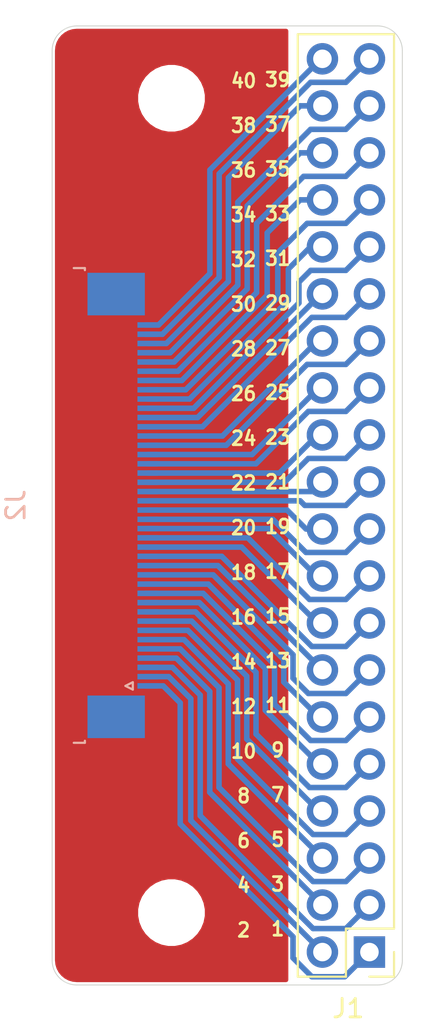
<source format=kicad_pcb>
(kicad_pcb (version 20171130) (host pcbnew "(5.1.6)-1")

  (general
    (thickness 1.6)
    (drawings 13)
    (tracks 185)
    (zones 0)
    (modules 4)
    (nets 42)
  )

  (page A4)
  (layers
    (0 F.Cu signal)
    (31 B.Cu signal)
    (32 B.Adhes user)
    (33 F.Adhes user)
    (34 B.Paste user)
    (35 F.Paste user)
    (36 B.SilkS user)
    (37 F.SilkS user)
    (38 B.Mask user)
    (39 F.Mask user)
    (40 Dwgs.User user)
    (41 Cmts.User user)
    (42 Eco1.User user)
    (43 Eco2.User user)
    (44 Edge.Cuts user)
    (45 Margin user)
    (46 B.CrtYd user)
    (47 F.CrtYd user)
    (48 B.Fab user)
    (49 F.Fab user)
  )

  (setup
    (last_trace_width 0.25)
    (user_trace_width 0.3)
    (trace_clearance 0.2)
    (zone_clearance 0.127)
    (zone_45_only no)
    (trace_min 0.2)
    (via_size 0.8)
    (via_drill 0.4)
    (via_min_size 0.4)
    (via_min_drill 0.3)
    (uvia_size 0.3)
    (uvia_drill 0.1)
    (uvias_allowed no)
    (uvia_min_size 0.2)
    (uvia_min_drill 0.1)
    (edge_width 0.05)
    (segment_width 0.2)
    (pcb_text_width 0.3)
    (pcb_text_size 1.5 1.5)
    (mod_edge_width 0.12)
    (mod_text_size 1 1)
    (mod_text_width 0.15)
    (pad_size 1.524 1.524)
    (pad_drill 0.762)
    (pad_to_mask_clearance 0.05)
    (aux_axis_origin 0 0)
    (visible_elements 7FFFFFFF)
    (pcbplotparams
      (layerselection 0x010fc_ffffffff)
      (usegerberextensions false)
      (usegerberattributes true)
      (usegerberadvancedattributes true)
      (creategerberjobfile true)
      (excludeedgelayer true)
      (linewidth 0.100000)
      (plotframeref false)
      (viasonmask false)
      (mode 1)
      (useauxorigin false)
      (hpglpennumber 1)
      (hpglpenspeed 20)
      (hpglpendiameter 15.000000)
      (psnegative false)
      (psa4output false)
      (plotreference true)
      (plotvalue true)
      (plotinvisibletext false)
      (padsonsilk false)
      (subtractmaskfromsilk false)
      (outputformat 1)
      (mirror false)
      (drillshape 1)
      (scaleselection 1)
      (outputdirectory ""))
  )

  (net 0 "")
  (net 1 "Net-(J1-Pad40)")
  (net 2 "Net-(J1-Pad39)")
  (net 3 "Net-(J1-Pad38)")
  (net 4 "Net-(J1-Pad37)")
  (net 5 "Net-(J1-Pad36)")
  (net 6 "Net-(J1-Pad35)")
  (net 7 "Net-(J1-Pad34)")
  (net 8 "Net-(J1-Pad33)")
  (net 9 "Net-(J1-Pad32)")
  (net 10 "Net-(J1-Pad31)")
  (net 11 "Net-(J1-Pad30)")
  (net 12 "Net-(J1-Pad29)")
  (net 13 "Net-(J1-Pad28)")
  (net 14 "Net-(J1-Pad27)")
  (net 15 "Net-(J1-Pad26)")
  (net 16 "Net-(J1-Pad25)")
  (net 17 "Net-(J1-Pad24)")
  (net 18 "Net-(J1-Pad23)")
  (net 19 "Net-(J1-Pad22)")
  (net 20 "Net-(J1-Pad21)")
  (net 21 "Net-(J1-Pad20)")
  (net 22 "Net-(J1-Pad19)")
  (net 23 "Net-(J1-Pad18)")
  (net 24 "Net-(J1-Pad17)")
  (net 25 "Net-(J1-Pad16)")
  (net 26 "Net-(J1-Pad15)")
  (net 27 "Net-(J1-Pad14)")
  (net 28 "Net-(J1-Pad13)")
  (net 29 "Net-(J1-Pad12)")
  (net 30 "Net-(J1-Pad11)")
  (net 31 "Net-(J1-Pad10)")
  (net 32 "Net-(J1-Pad9)")
  (net 33 "Net-(J1-Pad8)")
  (net 34 "Net-(J1-Pad7)")
  (net 35 "Net-(J1-Pad6)")
  (net 36 "Net-(J1-Pad5)")
  (net 37 "Net-(J1-Pad4)")
  (net 38 "Net-(J1-Pad3)")
  (net 39 "Net-(J1-Pad2)")
  (net 40 "Net-(J1-Pad1)")
  (net 41 GND)

  (net_class Default "This is the default net class."
    (clearance 0.2)
    (trace_width 0.25)
    (via_dia 0.8)
    (via_drill 0.4)
    (uvia_dia 0.3)
    (uvia_drill 0.1)
    (add_net GND)
    (add_net "Net-(J1-Pad1)")
    (add_net "Net-(J1-Pad10)")
    (add_net "Net-(J1-Pad11)")
    (add_net "Net-(J1-Pad12)")
    (add_net "Net-(J1-Pad13)")
    (add_net "Net-(J1-Pad14)")
    (add_net "Net-(J1-Pad15)")
    (add_net "Net-(J1-Pad16)")
    (add_net "Net-(J1-Pad17)")
    (add_net "Net-(J1-Pad18)")
    (add_net "Net-(J1-Pad19)")
    (add_net "Net-(J1-Pad2)")
    (add_net "Net-(J1-Pad20)")
    (add_net "Net-(J1-Pad21)")
    (add_net "Net-(J1-Pad22)")
    (add_net "Net-(J1-Pad23)")
    (add_net "Net-(J1-Pad24)")
    (add_net "Net-(J1-Pad25)")
    (add_net "Net-(J1-Pad26)")
    (add_net "Net-(J1-Pad27)")
    (add_net "Net-(J1-Pad28)")
    (add_net "Net-(J1-Pad29)")
    (add_net "Net-(J1-Pad3)")
    (add_net "Net-(J1-Pad30)")
    (add_net "Net-(J1-Pad31)")
    (add_net "Net-(J1-Pad32)")
    (add_net "Net-(J1-Pad33)")
    (add_net "Net-(J1-Pad34)")
    (add_net "Net-(J1-Pad35)")
    (add_net "Net-(J1-Pad36)")
    (add_net "Net-(J1-Pad37)")
    (add_net "Net-(J1-Pad38)")
    (add_net "Net-(J1-Pad39)")
    (add_net "Net-(J1-Pad4)")
    (add_net "Net-(J1-Pad40)")
    (add_net "Net-(J1-Pad5)")
    (add_net "Net-(J1-Pad6)")
    (add_net "Net-(J1-Pad7)")
    (add_net "Net-(J1-Pad8)")
    (add_net "Net-(J1-Pad9)")
  )

  (module MountingHole:MountingHole_3.2mm_M3 (layer F.Cu) (tedit 56D1B4CB) (tstamp 618BDD17)
    (at 129.64 71.98)
    (descr "Mounting Hole 3.2mm, no annular, M3")
    (tags "mounting hole 3.2mm no annular m3")
    (path /618C430F)
    (attr virtual)
    (fp_text reference H1 (at 0 -0.0345) (layer F.SilkS)
      (effects (font (size 1 1) (thickness 0.15)))
    )
    (fp_text value MountingHole (at 0 4.2) (layer F.Fab)
      (effects (font (size 1 1) (thickness 0.15)))
    )
    (fp_circle (center 0 0) (end 3.45 0) (layer F.CrtYd) (width 0.05))
    (fp_circle (center 0 0) (end 3.2 0) (layer Cmts.User) (width 0.15))
    (fp_text user %R (at 0.3 0) (layer F.Fab)
      (effects (font (size 1 1) (thickness 0.15)))
    )
    (pad 1 np_thru_hole circle (at 0 0) (size 3.2 3.2) (drill 3.2) (layers *.Cu *.Mask))
  )

  (module MountingHole:MountingHole_3.2mm_M3 (layer F.Cu) (tedit 56D1B4CB) (tstamp 618BCEE9)
    (at 129.6395 115.98)
    (descr "Mounting Hole 3.2mm, no annular, M3")
    (tags "mounting hole 3.2mm no annular m3")
    (path /618C557D)
    (attr virtual)
    (fp_text reference H2 (at 0 -0.029) (layer F.SilkS)
      (effects (font (size 1 1) (thickness 0.15)))
    )
    (fp_text value MountingHole (at 0 4.2) (layer F.Fab)
      (effects (font (size 1 1) (thickness 0.15)))
    )
    (fp_circle (center 0 0) (end 3.2 0) (layer Cmts.User) (width 0.15))
    (fp_circle (center 0 0) (end 3.45 0) (layer F.CrtYd) (width 0.05))
    (fp_text user %R (at 0.3 0) (layer F.Fab)
      (effects (font (size 1 1) (thickness 0.15)))
    )
    (pad 1 np_thru_hole circle (at 0 0) (size 3.2 3.2) (drill 3.2) (layers *.Cu *.Mask))
  )

  (module Connector_FFC-FPC:TE_4-1734839-0_1x40-1MP_P0.5mm_Horizontal (layer B.Cu) (tedit 5DB5C65C) (tstamp 618BD2AC)
    (at 127 93.98 90)
    (descr "TE FPC connector, 40 top-side contacts, 0.5mm pitch, SMT, https://www.te.com/commerce/DocumentDelivery/DDEController?Action=showdoc&DocId=Customer+Drawing%7F1734839%7FC%7Fpdf%7FEnglish%7FENG_CD_1734839_C_C_1734839.pdf%7F4-1734839-0")
    (tags "te fpc 1734839")
    (path /618B82D4)
    (attr smd)
    (fp_text reference J2 (at 0 -5.7785 -90) (layer B.SilkS)
      (effects (font (size 1 1) (thickness 0.15)) (justify mirror))
    )
    (fp_text value Conn_01x40_MountingPin (at 0 -3.25 -90) (layer Dwgs.User)
      (effects (font (size 0.5 0.5) (thickness 0.08)))
    )
    (fp_line (start 13.22 2.4) (end -13.22 2.4) (layer B.CrtYd) (width 0.05))
    (fp_line (start 13.22 -4.25) (end 13.22 2.4) (layer B.CrtYd) (width 0.05))
    (fp_line (start -13.22 -4.25) (end 13.22 -4.25) (layer B.CrtYd) (width 0.05))
    (fp_line (start -13.22 2.4) (end -13.22 -4.25) (layer B.CrtYd) (width 0.05))
    (fp_line (start 12.605 -2.75) (end -12.605 -2.75) (layer Dwgs.User) (width 0.1))
    (fp_line (start -9.55 0.55) (end -9.95 0.55) (layer B.SilkS) (width 0.12))
    (fp_line (start -9.75 0.15) (end -9.55 0.55) (layer B.SilkS) (width 0.12))
    (fp_line (start -9.95 0.55) (end -9.75 0.15) (layer B.SilkS) (width 0.12))
    (fp_line (start 12.825 -2.04) (end 12.825 -2.64) (layer B.SilkS) (width 0.12))
    (fp_line (start 12.715 -2.04) (end 12.825 -2.04) (layer B.SilkS) (width 0.12))
    (fp_line (start -12.825 -2.04) (end -12.825 -2.64) (layer B.SilkS) (width 0.12))
    (fp_line (start -12.715 -2.04) (end -12.825 -2.04) (layer B.SilkS) (width 0.12))
    (fp_line (start -9.75 -0.15) (end -9.35 0.65) (layer B.Fab) (width 0.1))
    (fp_line (start -10.15 0.65) (end -9.75 -0.15) (layer B.Fab) (width 0.1))
    (fp_line (start -12.06 -2.15) (end -12.06 0.65) (layer B.Fab) (width 0.1))
    (fp_line (start -12.715 -2.15) (end -12.06 -2.15) (layer B.Fab) (width 0.1))
    (fp_line (start -12.715 -3.75) (end -12.715 -2.15) (layer B.Fab) (width 0.1))
    (fp_line (start 12.715 -3.75) (end -12.715 -3.75) (layer B.Fab) (width 0.1))
    (fp_line (start 12.715 -2.15) (end 12.715 -3.75) (layer B.Fab) (width 0.1))
    (fp_line (start 12.06 -2.15) (end 12.715 -2.15) (layer B.Fab) (width 0.1))
    (fp_line (start 12.06 0.65) (end 12.06 -2.15) (layer B.Fab) (width 0.1))
    (fp_line (start -12.06 0.65) (end 12.06 0.65) (layer B.Fab) (width 0.1))
    (fp_text user %R (at 0 -1.55 -90) (layer B.Fab)
      (effects (font (size 1 1) (thickness 0.15)) (justify mirror))
    )
    (pad 1 smd rect (at -9.75 1.35 90) (size 0.3 1.1) (layers B.Cu B.Paste B.Mask)
      (net 40 "Net-(J1-Pad1)"))
    (pad 2 smd rect (at -9.25 1.35 90) (size 0.3 1.1) (layers B.Cu B.Paste B.Mask)
      (net 39 "Net-(J1-Pad2)"))
    (pad 3 smd rect (at -8.75 1.35 90) (size 0.3 1.1) (layers B.Cu B.Paste B.Mask)
      (net 38 "Net-(J1-Pad3)"))
    (pad 4 smd rect (at -8.25 1.35 90) (size 0.3 1.1) (layers B.Cu B.Paste B.Mask)
      (net 37 "Net-(J1-Pad4)"))
    (pad 5 smd rect (at -7.75 1.35 90) (size 0.3 1.1) (layers B.Cu B.Paste B.Mask)
      (net 36 "Net-(J1-Pad5)"))
    (pad 6 smd rect (at -7.25 1.35 90) (size 0.3 1.1) (layers B.Cu B.Paste B.Mask)
      (net 35 "Net-(J1-Pad6)"))
    (pad 7 smd rect (at -6.75 1.35 90) (size 0.3 1.1) (layers B.Cu B.Paste B.Mask)
      (net 34 "Net-(J1-Pad7)"))
    (pad 8 smd rect (at -6.25 1.35 90) (size 0.3 1.1) (layers B.Cu B.Paste B.Mask)
      (net 33 "Net-(J1-Pad8)"))
    (pad 9 smd rect (at -5.75 1.35 90) (size 0.3 1.1) (layers B.Cu B.Paste B.Mask)
      (net 32 "Net-(J1-Pad9)"))
    (pad 10 smd rect (at -5.25 1.35 90) (size 0.3 1.1) (layers B.Cu B.Paste B.Mask)
      (net 31 "Net-(J1-Pad10)"))
    (pad 11 smd rect (at -4.75 1.35 90) (size 0.3 1.1) (layers B.Cu B.Paste B.Mask)
      (net 30 "Net-(J1-Pad11)"))
    (pad 12 smd rect (at -4.25 1.35 90) (size 0.3 1.1) (layers B.Cu B.Paste B.Mask)
      (net 29 "Net-(J1-Pad12)"))
    (pad 13 smd rect (at -3.75 1.35 90) (size 0.3 1.1) (layers B.Cu B.Paste B.Mask)
      (net 28 "Net-(J1-Pad13)"))
    (pad 14 smd rect (at -3.25 1.35 90) (size 0.3 1.1) (layers B.Cu B.Paste B.Mask)
      (net 27 "Net-(J1-Pad14)"))
    (pad 15 smd rect (at -2.75 1.35 90) (size 0.3 1.1) (layers B.Cu B.Paste B.Mask)
      (net 26 "Net-(J1-Pad15)"))
    (pad 16 smd rect (at -2.25 1.35 90) (size 0.3 1.1) (layers B.Cu B.Paste B.Mask)
      (net 25 "Net-(J1-Pad16)"))
    (pad 17 smd rect (at -1.75 1.35 90) (size 0.3 1.1) (layers B.Cu B.Paste B.Mask)
      (net 24 "Net-(J1-Pad17)"))
    (pad 18 smd rect (at -1.25 1.35 90) (size 0.3 1.1) (layers B.Cu B.Paste B.Mask)
      (net 23 "Net-(J1-Pad18)"))
    (pad 19 smd rect (at -0.75 1.35 90) (size 0.3 1.1) (layers B.Cu B.Paste B.Mask)
      (net 22 "Net-(J1-Pad19)"))
    (pad 20 smd rect (at -0.25 1.35 90) (size 0.3 1.1) (layers B.Cu B.Paste B.Mask)
      (net 21 "Net-(J1-Pad20)"))
    (pad 21 smd rect (at 0.25 1.35 90) (size 0.3 1.1) (layers B.Cu B.Paste B.Mask)
      (net 20 "Net-(J1-Pad21)"))
    (pad 22 smd rect (at 0.75 1.35 90) (size 0.3 1.1) (layers B.Cu B.Paste B.Mask)
      (net 19 "Net-(J1-Pad22)"))
    (pad 23 smd rect (at 1.25 1.35 90) (size 0.3 1.1) (layers B.Cu B.Paste B.Mask)
      (net 18 "Net-(J1-Pad23)"))
    (pad 24 smd rect (at 1.75 1.35 90) (size 0.3 1.1) (layers B.Cu B.Paste B.Mask)
      (net 17 "Net-(J1-Pad24)"))
    (pad 25 smd rect (at 2.25 1.35 90) (size 0.3 1.1) (layers B.Cu B.Paste B.Mask)
      (net 16 "Net-(J1-Pad25)"))
    (pad 26 smd rect (at 2.75 1.35 90) (size 0.3 1.1) (layers B.Cu B.Paste B.Mask)
      (net 15 "Net-(J1-Pad26)"))
    (pad 27 smd rect (at 3.25 1.35 90) (size 0.3 1.1) (layers B.Cu B.Paste B.Mask)
      (net 14 "Net-(J1-Pad27)"))
    (pad 28 smd rect (at 3.75 1.35 90) (size 0.3 1.1) (layers B.Cu B.Paste B.Mask)
      (net 13 "Net-(J1-Pad28)"))
    (pad 29 smd rect (at 4.25 1.35 90) (size 0.3 1.1) (layers B.Cu B.Paste B.Mask)
      (net 12 "Net-(J1-Pad29)"))
    (pad 30 smd rect (at 4.75 1.35 90) (size 0.3 1.1) (layers B.Cu B.Paste B.Mask)
      (net 11 "Net-(J1-Pad30)"))
    (pad 31 smd rect (at 5.25 1.35 90) (size 0.3 1.1) (layers B.Cu B.Paste B.Mask)
      (net 10 "Net-(J1-Pad31)"))
    (pad 32 smd rect (at 5.75 1.35 90) (size 0.3 1.1) (layers B.Cu B.Paste B.Mask)
      (net 9 "Net-(J1-Pad32)"))
    (pad 33 smd rect (at 6.25 1.35 90) (size 0.3 1.1) (layers B.Cu B.Paste B.Mask)
      (net 8 "Net-(J1-Pad33)"))
    (pad 34 smd rect (at 6.75 1.35 90) (size 0.3 1.1) (layers B.Cu B.Paste B.Mask)
      (net 7 "Net-(J1-Pad34)"))
    (pad 35 smd rect (at 7.25 1.35 90) (size 0.3 1.1) (layers B.Cu B.Paste B.Mask)
      (net 6 "Net-(J1-Pad35)"))
    (pad 36 smd rect (at 7.75 1.35 90) (size 0.3 1.1) (layers B.Cu B.Paste B.Mask)
      (net 5 "Net-(J1-Pad36)"))
    (pad 37 smd rect (at 8.25 1.35 90) (size 0.3 1.1) (layers B.Cu B.Paste B.Mask)
      (net 4 "Net-(J1-Pad37)"))
    (pad 38 smd rect (at 8.75 1.35 90) (size 0.3 1.1) (layers B.Cu B.Paste B.Mask)
      (net 3 "Net-(J1-Pad38)"))
    (pad 39 smd rect (at 9.25 1.35 90) (size 0.3 1.1) (layers B.Cu B.Paste B.Mask)
      (net 2 "Net-(J1-Pad39)"))
    (pad 40 smd rect (at 9.75 1.35 90) (size 0.3 1.1) (layers B.Cu B.Paste B.Mask)
      (net 1 "Net-(J1-Pad40)"))
    (pad MP smd rect (at -11.42 -0.35 90) (size 2.3 3.1) (layers B.Cu B.Paste B.Mask)
      (net 41 GND))
    (pad MP smd rect (at 11.42 -0.35 90) (size 2.3 3.1) (layers B.Cu B.Paste B.Mask)
      (net 41 GND))
    (model ${KISYS3DMOD}/Connector_FFC-FPC.3dshapes/TE_4-1734839-0_1x40-1MP_P0.5mm_Horizontal.wrl
      (at (xyz 0 0 0))
      (scale (xyz 1 1 1))
      (rotate (xyz 0 0 0))
    )
  )

  (module Connector_PinHeader_2.54mm:PinHeader_2x20_P2.54mm_Vertical (layer F.Cu) (tedit 59FED5CC) (tstamp 618C071F)
    (at 140.335 118.11 180)
    (descr "Through hole straight pin header, 2x20, 2.54mm pitch, double rows")
    (tags "Through hole pin header THT 2x20 2.54mm double row")
    (path /618BB090)
    (fp_text reference J1 (at 1.143 -3.048) (layer F.SilkS)
      (effects (font (size 1 1) (thickness 0.15)))
    )
    (fp_text value Conn_01x40 (at 1.27 50.59) (layer F.Fab)
      (effects (font (size 1 1) (thickness 0.15)))
    )
    (fp_line (start 4.35 -1.8) (end -1.8 -1.8) (layer F.CrtYd) (width 0.05))
    (fp_line (start 4.35 50.05) (end 4.35 -1.8) (layer F.CrtYd) (width 0.05))
    (fp_line (start -1.8 50.05) (end 4.35 50.05) (layer F.CrtYd) (width 0.05))
    (fp_line (start -1.8 -1.8) (end -1.8 50.05) (layer F.CrtYd) (width 0.05))
    (fp_line (start -1.33 -1.33) (end 0 -1.33) (layer F.SilkS) (width 0.12))
    (fp_line (start -1.33 0) (end -1.33 -1.33) (layer F.SilkS) (width 0.12))
    (fp_line (start 1.27 -1.33) (end 3.87 -1.33) (layer F.SilkS) (width 0.12))
    (fp_line (start 1.27 1.27) (end 1.27 -1.33) (layer F.SilkS) (width 0.12))
    (fp_line (start -1.33 1.27) (end 1.27 1.27) (layer F.SilkS) (width 0.12))
    (fp_line (start 3.87 -1.33) (end 3.87 49.59) (layer F.SilkS) (width 0.12))
    (fp_line (start -1.33 1.27) (end -1.33 49.59) (layer F.SilkS) (width 0.12))
    (fp_line (start -1.33 49.59) (end 3.87 49.59) (layer F.SilkS) (width 0.12))
    (fp_line (start -1.27 0) (end 0 -1.27) (layer F.Fab) (width 0.1))
    (fp_line (start -1.27 49.53) (end -1.27 0) (layer F.Fab) (width 0.1))
    (fp_line (start 3.81 49.53) (end -1.27 49.53) (layer F.Fab) (width 0.1))
    (fp_line (start 3.81 -1.27) (end 3.81 49.53) (layer F.Fab) (width 0.1))
    (fp_line (start 0 -1.27) (end 3.81 -1.27) (layer F.Fab) (width 0.1))
    (fp_text user %R (at 1.27 24.13 90) (layer F.Fab)
      (effects (font (size 1 1) (thickness 0.15)))
    )
    (pad 1 thru_hole rect (at 0 0 180) (size 1.7 1.7) (drill 1) (layers *.Cu *.Mask)
      (net 40 "Net-(J1-Pad1)"))
    (pad 2 thru_hole oval (at 2.54 0 180) (size 1.7 1.7) (drill 1) (layers *.Cu *.Mask)
      (net 39 "Net-(J1-Pad2)"))
    (pad 3 thru_hole oval (at 0 2.54 180) (size 1.7 1.7) (drill 1) (layers *.Cu *.Mask)
      (net 38 "Net-(J1-Pad3)"))
    (pad 4 thru_hole oval (at 2.54 2.54 180) (size 1.7 1.7) (drill 1) (layers *.Cu *.Mask)
      (net 37 "Net-(J1-Pad4)"))
    (pad 5 thru_hole oval (at 0 5.08 180) (size 1.7 1.7) (drill 1) (layers *.Cu *.Mask)
      (net 36 "Net-(J1-Pad5)"))
    (pad 6 thru_hole oval (at 2.54 5.08 180) (size 1.7 1.7) (drill 1) (layers *.Cu *.Mask)
      (net 35 "Net-(J1-Pad6)"))
    (pad 7 thru_hole oval (at 0 7.62 180) (size 1.7 1.7) (drill 1) (layers *.Cu *.Mask)
      (net 34 "Net-(J1-Pad7)"))
    (pad 8 thru_hole oval (at 2.54 7.62 180) (size 1.7 1.7) (drill 1) (layers *.Cu *.Mask)
      (net 33 "Net-(J1-Pad8)"))
    (pad 9 thru_hole oval (at 0 10.16 180) (size 1.7 1.7) (drill 1) (layers *.Cu *.Mask)
      (net 32 "Net-(J1-Pad9)"))
    (pad 10 thru_hole oval (at 2.54 10.16 180) (size 1.7 1.7) (drill 1) (layers *.Cu *.Mask)
      (net 31 "Net-(J1-Pad10)"))
    (pad 11 thru_hole oval (at 0 12.7 180) (size 1.7 1.7) (drill 1) (layers *.Cu *.Mask)
      (net 30 "Net-(J1-Pad11)"))
    (pad 12 thru_hole oval (at 2.54 12.7 180) (size 1.7 1.7) (drill 1) (layers *.Cu *.Mask)
      (net 29 "Net-(J1-Pad12)"))
    (pad 13 thru_hole oval (at 0 15.24 180) (size 1.7 1.7) (drill 1) (layers *.Cu *.Mask)
      (net 28 "Net-(J1-Pad13)"))
    (pad 14 thru_hole oval (at 2.54 15.24 180) (size 1.7 1.7) (drill 1) (layers *.Cu *.Mask)
      (net 27 "Net-(J1-Pad14)"))
    (pad 15 thru_hole oval (at 0 17.78 180) (size 1.7 1.7) (drill 1) (layers *.Cu *.Mask)
      (net 26 "Net-(J1-Pad15)"))
    (pad 16 thru_hole oval (at 2.54 17.78 180) (size 1.7 1.7) (drill 1) (layers *.Cu *.Mask)
      (net 25 "Net-(J1-Pad16)"))
    (pad 17 thru_hole oval (at 0 20.32 180) (size 1.7 1.7) (drill 1) (layers *.Cu *.Mask)
      (net 24 "Net-(J1-Pad17)"))
    (pad 18 thru_hole oval (at 2.54 20.32 180) (size 1.7 1.7) (drill 1) (layers *.Cu *.Mask)
      (net 23 "Net-(J1-Pad18)"))
    (pad 19 thru_hole oval (at 0 22.86 180) (size 1.7 1.7) (drill 1) (layers *.Cu *.Mask)
      (net 22 "Net-(J1-Pad19)"))
    (pad 20 thru_hole oval (at 2.54 22.86 180) (size 1.7 1.7) (drill 1) (layers *.Cu *.Mask)
      (net 21 "Net-(J1-Pad20)"))
    (pad 21 thru_hole oval (at 0 25.4 180) (size 1.7 1.7) (drill 1) (layers *.Cu *.Mask)
      (net 20 "Net-(J1-Pad21)"))
    (pad 22 thru_hole oval (at 2.54 25.4 180) (size 1.7 1.7) (drill 1) (layers *.Cu *.Mask)
      (net 19 "Net-(J1-Pad22)"))
    (pad 23 thru_hole oval (at 0 27.94 180) (size 1.7 1.7) (drill 1) (layers *.Cu *.Mask)
      (net 18 "Net-(J1-Pad23)"))
    (pad 24 thru_hole oval (at 2.54 27.94 180) (size 1.7 1.7) (drill 1) (layers *.Cu *.Mask)
      (net 17 "Net-(J1-Pad24)"))
    (pad 25 thru_hole oval (at 0 30.48 180) (size 1.7 1.7) (drill 1) (layers *.Cu *.Mask)
      (net 16 "Net-(J1-Pad25)"))
    (pad 26 thru_hole oval (at 2.54 30.48 180) (size 1.7 1.7) (drill 1) (layers *.Cu *.Mask)
      (net 15 "Net-(J1-Pad26)"))
    (pad 27 thru_hole oval (at 0 33.02 180) (size 1.7 1.7) (drill 1) (layers *.Cu *.Mask)
      (net 14 "Net-(J1-Pad27)"))
    (pad 28 thru_hole oval (at 2.54 33.02 180) (size 1.7 1.7) (drill 1) (layers *.Cu *.Mask)
      (net 13 "Net-(J1-Pad28)"))
    (pad 29 thru_hole oval (at 0 35.56 180) (size 1.7 1.7) (drill 1) (layers *.Cu *.Mask)
      (net 12 "Net-(J1-Pad29)"))
    (pad 30 thru_hole oval (at 2.54 35.56 180) (size 1.7 1.7) (drill 1) (layers *.Cu *.Mask)
      (net 11 "Net-(J1-Pad30)"))
    (pad 31 thru_hole oval (at 0 38.1 180) (size 1.7 1.7) (drill 1) (layers *.Cu *.Mask)
      (net 10 "Net-(J1-Pad31)"))
    (pad 32 thru_hole oval (at 2.54 38.1 180) (size 1.7 1.7) (drill 1) (layers *.Cu *.Mask)
      (net 9 "Net-(J1-Pad32)"))
    (pad 33 thru_hole oval (at 0 40.64 180) (size 1.7 1.7) (drill 1) (layers *.Cu *.Mask)
      (net 8 "Net-(J1-Pad33)"))
    (pad 34 thru_hole oval (at 2.54 40.64 180) (size 1.7 1.7) (drill 1) (layers *.Cu *.Mask)
      (net 7 "Net-(J1-Pad34)"))
    (pad 35 thru_hole oval (at 0 43.18 180) (size 1.7 1.7) (drill 1) (layers *.Cu *.Mask)
      (net 6 "Net-(J1-Pad35)"))
    (pad 36 thru_hole oval (at 2.54 43.18 180) (size 1.7 1.7) (drill 1) (layers *.Cu *.Mask)
      (net 5 "Net-(J1-Pad36)"))
    (pad 37 thru_hole oval (at 0 45.72 180) (size 1.7 1.7) (drill 1) (layers *.Cu *.Mask)
      (net 4 "Net-(J1-Pad37)"))
    (pad 38 thru_hole oval (at 2.54 45.72 180) (size 1.7 1.7) (drill 1) (layers *.Cu *.Mask)
      (net 3 "Net-(J1-Pad38)"))
    (pad 39 thru_hole oval (at 0 48.26 180) (size 1.7 1.7) (drill 1) (layers *.Cu *.Mask)
      (net 2 "Net-(J1-Pad39)"))
    (pad 40 thru_hole oval (at 2.54 48.26 180) (size 1.7 1.7) (drill 1) (layers *.Cu *.Mask)
      (net 1 "Net-(J1-Pad40)"))
    (model ${KISYS3DMOD}/Connector_PinHeader_2.54mm.3dshapes/PinHeader_2x20_P2.54mm_Vertical.wrl
      (at (xyz 0 0 0))
      (scale (xyz 1 1 1))
      (rotate (xyz 0 0 0))
    )
  )

  (gr_text "40\n\n38\n\n36\n\n34\n\n32\n\n30\n\n28\n\n26\n\n24\n\n22\n\n20\n\n18\n\n16\n\n14\n\n12\n\n10\n\n8\n\n6\n\n4\n\n2" (at 133.5405 93.98) (layer F.SilkS) (tstamp 618C8DFE)
    (effects (font (size 0.75 0.7) (thickness 0.15)))
  )
  (gr_text "\n\n39\n\n37\n\n35\n\n33\n\n31\n\n29\n\n27\n\n25\n\n23\n\n21\n\n19\n\n17\n\n15\n\n13\n\n11\n\n9\n\n7\n\n5\n\n3\n\n1" (at 135.382 92.71) (layer F.SilkS) (tstamp 618C8BA8)
    (effects (font (size 0.75 0.7) (thickness 0.15)))
  )
  (gr_text SdtElectronics (at 129.667 93.98 90) (layer F.Mask)
    (effects (font (size 2.1 2.1) (thickness 0.4)))
  )
  (gr_line (start 129.6395 115.98) (end 129.6395 93.98) (layer Dwgs.User) (width 0.15) (tstamp 618BCEC2))
  (gr_line (start 129.6395 93.98) (end 129.6395 71.98) (layer Dwgs.User) (width 0.15))
  (gr_arc (start 140.7795 118.5545) (end 140.7795 119.888) (angle -90) (layer Edge.Cuts) (width 0.05) (tstamp 618C029C))
  (gr_arc (start 124.5235 118.5545) (end 123.19 118.5545) (angle -90) (layer Edge.Cuts) (width 0.05) (tstamp 618C029C))
  (gr_arc (start 124.5235 69.4055) (end 124.5235 68.072) (angle -90) (layer Edge.Cuts) (width 0.05) (tstamp 618C029C))
  (gr_arc (start 140.7795 69.4055) (end 142.113 69.4055) (angle -90) (layer Edge.Cuts) (width 0.05))
  (gr_line (start 142.113 118.5545) (end 142.113 69.4055) (layer Edge.Cuts) (width 0.05) (tstamp 618C0295))
  (gr_line (start 124.5235 119.888) (end 140.7795 119.888) (layer Edge.Cuts) (width 0.05))
  (gr_line (start 123.19 69.4055) (end 123.19 118.5545) (layer Edge.Cuts) (width 0.05))
  (gr_line (start 140.7795 68.072) (end 124.5235 68.072) (layer Edge.Cuts) (width 0.05))

  (segment (start 137.718679 69.85) (end 137.795 69.85) (width 0.3) (layer B.Cu) (net 1))
  (segment (start 131.71498 75.853699) (end 137.718679 69.85) (width 0.3) (layer B.Cu) (net 1))
  (segment (start 131.71498 81.45502) (end 131.71498 75.853699) (width 0.3) (layer B.Cu) (net 1))
  (segment (start 128.223 84.23) (end 128.94 84.23) (width 0.3) (layer B.Cu) (net 1))
  (segment (start 128.94 84.23) (end 131.71498 81.45502) (width 0.3) (layer B.Cu) (net 1))
  (segment (start 128.223 84.73) (end 129.15 84.73) (width 0.3) (layer B.Cu) (net 2))
  (segment (start 139.065 71.12) (end 140.335 69.85) (width 0.3) (layer B.Cu) (net 2))
  (segment (start 137.155799 71.12) (end 139.065 71.12) (width 0.3) (layer B.Cu) (net 2))
  (segment (start 129.15 84.73) (end 132.21499 81.66501) (width 0.3) (layer B.Cu) (net 2))
  (segment (start 132.21499 81.66501) (end 132.21499 76.060809) (width 0.3) (layer B.Cu) (net 2))
  (segment (start 132.21499 76.060809) (end 137.155799 71.12) (width 0.3) (layer B.Cu) (net 2))
  (segment (start 136.592919 72.39) (end 137.795 72.39) (width 0.3) (layer B.Cu) (net 3))
  (segment (start 132.715 81.875) (end 132.715 76.267919) (width 0.3) (layer B.Cu) (net 3))
  (segment (start 132.715 76.267919) (end 136.592919 72.39) (width 0.3) (layer B.Cu) (net 3))
  (segment (start 128.35 85.23) (end 129.36 85.23) (width 0.3) (layer B.Cu) (net 3))
  (segment (start 129.36 85.23) (end 132.715 81.875) (width 0.3) (layer B.Cu) (net 3))
  (segment (start 139.065 73.66) (end 140.335 72.39) (width 0.3) (layer B.Cu) (net 4))
  (segment (start 128.35 85.73) (end 129.57 85.73) (width 0.3) (layer B.Cu) (net 4))
  (segment (start 133.223 82.077) (end 133.223 77.592799) (width 0.3) (layer B.Cu) (net 4))
  (segment (start 133.223 77.592799) (end 137.155799 73.66) (width 0.3) (layer B.Cu) (net 4))
  (segment (start 129.57 85.73) (end 133.223 82.077) (width 0.3) (layer B.Cu) (net 4))
  (segment (start 137.155799 73.66) (end 139.065 73.66) (width 0.3) (layer B.Cu) (net 4))
  (segment (start 133.731 77.791919) (end 136.592919 74.93) (width 0.3) (layer B.Cu) (net 5))
  (segment (start 133.731 82.279) (end 133.731 77.791919) (width 0.3) (layer B.Cu) (net 5))
  (segment (start 136.592919 74.93) (end 137.795 74.93) (width 0.3) (layer B.Cu) (net 5))
  (segment (start 128.35 86.23) (end 129.78 86.23) (width 0.3) (layer B.Cu) (net 5))
  (segment (start 129.78 86.23) (end 133.731 82.279) (width 0.3) (layer B.Cu) (net 5))
  (segment (start 129.99 86.73) (end 134.239 82.481) (width 0.3) (layer B.Cu) (net 6))
  (segment (start 139.065 76.2) (end 140.335 74.93) (width 0.3) (layer B.Cu) (net 6))
  (segment (start 128.35 86.73) (end 129.99 86.73) (width 0.3) (layer B.Cu) (net 6))
  (segment (start 134.239 78.74) (end 136.779 76.2) (width 0.3) (layer B.Cu) (net 6))
  (segment (start 134.239 82.481) (end 134.239 78.74) (width 0.3) (layer B.Cu) (net 6))
  (segment (start 136.779 76.2) (end 139.065 76.2) (width 0.3) (layer B.Cu) (net 6))
  (segment (start 130.2 87.23) (end 128.35 87.23) (width 0.3) (layer B.Cu) (net 7))
  (segment (start 134.8105 82.6195) (end 130.2 87.23) (width 0.3) (layer B.Cu) (net 7))
  (segment (start 134.8105 79.252419) (end 134.8105 82.6195) (width 0.3) (layer B.Cu) (net 7))
  (segment (start 137.795 77.47) (end 136.592919 77.47) (width 0.3) (layer B.Cu) (net 7))
  (segment (start 136.592919 77.47) (end 134.8105 79.252419) (width 0.3) (layer B.Cu) (net 7))
  (segment (start 139.065 78.74) (end 140.335 77.47) (width 0.3) (layer B.Cu) (net 8))
  (segment (start 136.9695 78.74) (end 139.065 78.74) (width 0.3) (layer B.Cu) (net 8))
  (segment (start 130.41 87.73) (end 135.382 82.758) (width 0.3) (layer B.Cu) (net 8))
  (segment (start 128.35 87.73) (end 130.41 87.73) (width 0.3) (layer B.Cu) (net 8))
  (segment (start 135.382 82.758) (end 135.382 80.3275) (width 0.3) (layer B.Cu) (net 8))
  (segment (start 135.382 80.3275) (end 136.9695 78.74) (width 0.3) (layer B.Cu) (net 8))
  (segment (start 137.15138 80.01) (end 137.795 80.01) (width 0.3) (layer B.Cu) (net 9))
  (segment (start 135.9535 81.20788) (end 137.15138 80.01) (width 0.3) (layer B.Cu) (net 9))
  (segment (start 135.9535 82.8965) (end 135.9535 81.20788) (width 0.3) (layer B.Cu) (net 9))
  (segment (start 128.35 88.23) (end 130.62 88.23) (width 0.3) (layer B.Cu) (net 9))
  (segment (start 130.62 88.23) (end 135.9535 82.8965) (width 0.3) (layer B.Cu) (net 9))
  (segment (start 139.065 81.28) (end 140.335 80.01) (width 0.3) (layer B.Cu) (net 10))
  (segment (start 130.84 88.73) (end 136.525 83.045) (width 0.3) (layer B.Cu) (net 10))
  (segment (start 136.525 81.915) (end 137.16 81.28) (width 0.3) (layer B.Cu) (net 10))
  (segment (start 128.35 88.73) (end 130.84 88.73) (width 0.3) (layer B.Cu) (net 10))
  (segment (start 136.525 83.045) (end 136.525 81.915) (width 0.3) (layer B.Cu) (net 10))
  (segment (start 137.16 81.28) (end 139.065 81.28) (width 0.3) (layer B.Cu) (net 10))
  (segment (start 137.7315 82.55) (end 137.795 82.55) (width 0.3) (layer B.Cu) (net 11))
  (segment (start 128.35 89.23) (end 131.0515 89.23) (width 0.3) (layer B.Cu) (net 11))
  (segment (start 131.0515 89.23) (end 137.7315 82.55) (width 0.3) (layer B.Cu) (net 11))
  (segment (start 139.065 83.82) (end 140.335 82.55) (width 0.3) (layer B.Cu) (net 12))
  (segment (start 137.2235 83.82) (end 139.065 83.82) (width 0.3) (layer B.Cu) (net 12))
  (segment (start 128.35 89.73) (end 131.3135 89.73) (width 0.3) (layer B.Cu) (net 12))
  (segment (start 131.3135 89.73) (end 137.2235 83.82) (width 0.3) (layer B.Cu) (net 12))
  (segment (start 137.53238 85.09) (end 137.795 85.09) (width 0.3) (layer B.Cu) (net 13))
  (segment (start 128.35 90.23) (end 132.39238 90.23) (width 0.3) (layer B.Cu) (net 13))
  (segment (start 132.39238 90.23) (end 137.53238 85.09) (width 0.3) (layer B.Cu) (net 13))
  (segment (start 128.35 90.73) (end 132.5995 90.73) (width 0.3) (layer B.Cu) (net 14))
  (segment (start 132.5995 90.73) (end 136.9695 86.36) (width 0.3) (layer B.Cu) (net 14))
  (segment (start 139.065 86.36) (end 140.335 85.09) (width 0.3) (layer B.Cu) (net 14))
  (segment (start 136.9695 86.36) (end 139.065 86.36) (width 0.3) (layer B.Cu) (net 14))
  (segment (start 137.59588 87.63) (end 137.795 87.63) (width 0.3) (layer B.Cu) (net 15))
  (segment (start 128.35 91.23) (end 133.99588 91.23) (width 0.3) (layer B.Cu) (net 15))
  (segment (start 133.99588 91.23) (end 137.59588 87.63) (width 0.3) (layer B.Cu) (net 15))
  (segment (start 128.35 91.73) (end 134.203 91.73) (width 0.3) (layer B.Cu) (net 16))
  (segment (start 134.203 91.73) (end 137.033 88.9) (width 0.3) (layer B.Cu) (net 16))
  (segment (start 139.065 88.9) (end 140.335 87.63) (width 0.3) (layer B.Cu) (net 16))
  (segment (start 137.033 88.9) (end 139.065 88.9) (width 0.3) (layer B.Cu) (net 16))
  (segment (start 137.53238 90.17) (end 137.795 90.17) (width 0.3) (layer B.Cu) (net 17))
  (segment (start 128.35 92.23) (end 135.47238 92.23) (width 0.3) (layer B.Cu) (net 17))
  (segment (start 135.47238 92.23) (end 137.53238 90.17) (width 0.3) (layer B.Cu) (net 17))
  (segment (start 139.065 91.44) (end 140.335 90.17) (width 0.3) (layer B.Cu) (net 18))
  (segment (start 137.033 91.44) (end 139.065 91.44) (width 0.3) (layer B.Cu) (net 18))
  (segment (start 128.35 92.73) (end 135.743 92.73) (width 0.3) (layer B.Cu) (net 18))
  (segment (start 135.743 92.73) (end 137.033 91.44) (width 0.3) (layer B.Cu) (net 18))
  (segment (start 137.275 93.23) (end 137.795 92.71) (width 0.3) (layer B.Cu) (net 19))
  (segment (start 128.35 93.23) (end 137.275 93.23) (width 0.3) (layer B.Cu) (net 19))
  (segment (start 139.065 93.98) (end 140.335 92.71) (width 0.3) (layer B.Cu) (net 20))
  (segment (start 136.8425 93.98) (end 139.065 93.98) (width 0.3) (layer B.Cu) (net 20))
  (segment (start 128.35 93.73) (end 136.5925 93.73) (width 0.3) (layer B.Cu) (net 20))
  (segment (start 136.5925 93.73) (end 136.8425 93.98) (width 0.3) (layer B.Cu) (net 20))
  (segment (start 137.795 95.25) (end 137.795 95.19512) (width 0.3) (layer B.Cu) (net 21))
  (segment (start 136.906 95.25) (end 137.795 95.25) (width 0.3) (layer B.Cu) (net 21))
  (segment (start 128.223 94.23) (end 135.886 94.23) (width 0.3) (layer B.Cu) (net 21))
  (segment (start 135.886 94.23) (end 136.906 95.25) (width 0.3) (layer B.Cu) (net 21))
  (segment (start 128.223 94.73) (end 135.116 94.73) (width 0.3) (layer B.Cu) (net 22))
  (segment (start 135.116 94.73) (end 136.906 96.52) (width 0.3) (layer B.Cu) (net 22))
  (segment (start 139.065 96.52) (end 140.335 95.25) (width 0.3) (layer B.Cu) (net 22))
  (segment (start 136.906 96.52) (end 139.065 96.52) (width 0.3) (layer B.Cu) (net 22))
  (segment (start 137.46888 97.79) (end 137.795 97.79) (width 0.3) (layer B.Cu) (net 23))
  (segment (start 128.223 95.23) (end 134.90888 95.23) (width 0.3) (layer B.Cu) (net 23))
  (segment (start 134.90888 95.23) (end 137.46888 97.79) (width 0.3) (layer B.Cu) (net 23))
  (segment (start 137.0965 99.06) (end 139.065 99.06) (width 0.3) (layer B.Cu) (net 24))
  (segment (start 128.223 95.73) (end 133.7665 95.73) (width 0.3) (layer B.Cu) (net 24))
  (segment (start 139.065 99.06) (end 140.335 97.79) (width 0.3) (layer B.Cu) (net 24))
  (segment (start 133.7665 95.73) (end 137.0965 99.06) (width 0.3) (layer B.Cu) (net 24))
  (segment (start 137.53238 100.33) (end 137.795 100.33) (width 0.3) (layer B.Cu) (net 25))
  (segment (start 128.223 96.23) (end 133.43238 96.23) (width 0.3) (layer B.Cu) (net 25))
  (segment (start 133.43238 96.23) (end 137.53238 100.33) (width 0.3) (layer B.Cu) (net 25))
  (segment (start 139.065 101.6) (end 140.335 100.33) (width 0.3) (layer B.Cu) (net 26))
  (segment (start 128.223 96.73) (end 132.3535 96.73) (width 0.3) (layer B.Cu) (net 26))
  (segment (start 137.2235 101.6) (end 139.065 101.6) (width 0.3) (layer B.Cu) (net 26))
  (segment (start 132.3535 96.73) (end 137.2235 101.6) (width 0.3) (layer B.Cu) (net 26))
  (segment (start 137.78638 102.87) (end 137.795 102.87) (width 0.3) (layer B.Cu) (net 27))
  (segment (start 128.223 97.23) (end 132.14638 97.23) (width 0.3) (layer B.Cu) (net 27))
  (segment (start 132.14638 97.23) (end 137.78638 102.87) (width 0.3) (layer B.Cu) (net 27))
  (segment (start 139.065 104.14) (end 140.335 102.87) (width 0.3) (layer B.Cu) (net 28))
  (segment (start 131.893 97.73) (end 136.2075 102.0445) (width 0.3) (layer B.Cu) (net 28))
  (segment (start 128.223 97.73) (end 131.893 97.73) (width 0.3) (layer B.Cu) (net 28))
  (segment (start 136.2075 102.0445) (end 136.2075 103.3145) (width 0.3) (layer B.Cu) (net 28))
  (segment (start 136.2075 103.3145) (end 137.033 104.14) (width 0.3) (layer B.Cu) (net 28))
  (segment (start 137.033 104.14) (end 139.065 104.14) (width 0.3) (layer B.Cu) (net 28))
  (segment (start 137.59588 105.41) (end 137.795 105.41) (width 0.3) (layer B.Cu) (net 29))
  (segment (start 135.70749 102.30649) (end 135.70749 103.52161) (width 0.3) (layer B.Cu) (net 29))
  (segment (start 135.70749 103.52161) (end 137.59588 105.41) (width 0.3) (layer B.Cu) (net 29))
  (segment (start 128.223 98.23) (end 131.631 98.23) (width 0.3) (layer B.Cu) (net 29))
  (segment (start 131.631 98.23) (end 135.70749 102.30649) (width 0.3) (layer B.Cu) (net 29))
  (segment (start 139.065 106.68) (end 140.335 105.41) (width 0.3) (layer B.Cu) (net 30))
  (segment (start 131.35176 98.73) (end 135.20748 102.58572) (width 0.3) (layer B.Cu) (net 30))
  (segment (start 135.20748 104.72748) (end 137.16 106.68) (width 0.3) (layer B.Cu) (net 30))
  (segment (start 135.20748 102.58572) (end 135.20748 104.72748) (width 0.3) (layer B.Cu) (net 30))
  (segment (start 128.223 98.73) (end 131.35176 98.73) (width 0.3) (layer B.Cu) (net 30))
  (segment (start 137.16 106.68) (end 139.065 106.68) (width 0.3) (layer B.Cu) (net 30))
  (segment (start 137.6045 107.95) (end 137.795 107.95) (width 0.3) (layer B.Cu) (net 31))
  (segment (start 134.70747 105.05297) (end 137.6045 107.95) (width 0.3) (layer B.Cu) (net 31))
  (segment (start 134.70747 102.79283) (end 134.70747 105.05297) (width 0.3) (layer B.Cu) (net 31))
  (segment (start 128.223 99.23) (end 131.14464 99.23) (width 0.3) (layer B.Cu) (net 31))
  (segment (start 131.14464 99.23) (end 134.70747 102.79283) (width 0.3) (layer B.Cu) (net 31))
  (segment (start 139.065 109.22) (end 140.335 107.95) (width 0.3) (layer B.Cu) (net 32))
  (segment (start 130.93752 99.73) (end 134.20746 102.99994) (width 0.3) (layer B.Cu) (net 32))
  (segment (start 134.20746 106.33096) (end 137.0965 109.22) (width 0.3) (layer B.Cu) (net 32))
  (segment (start 128.223 99.73) (end 130.93752 99.73) (width 0.3) (layer B.Cu) (net 32))
  (segment (start 134.20746 102.99994) (end 134.20746 106.33096) (width 0.3) (layer B.Cu) (net 32))
  (segment (start 137.0965 109.22) (end 139.065 109.22) (width 0.3) (layer B.Cu) (net 32))
  (segment (start 128.223 100.23) (end 130.7304 100.23) (width 0.3) (layer B.Cu) (net 33))
  (segment (start 133.70745 106.60157) (end 137.59588 110.49) (width 0.3) (layer B.Cu) (net 33))
  (segment (start 130.7304 100.23) (end 133.70745 103.20705) (width 0.3) (layer B.Cu) (net 33))
  (segment (start 137.59588 110.49) (end 137.795 110.49) (width 0.3) (layer B.Cu) (net 33))
  (segment (start 133.70745 103.20705) (end 133.70745 106.60157) (width 0.3) (layer B.Cu) (net 33))
  (segment (start 128.223 100.73) (end 130.52328 100.73) (width 0.3) (layer B.Cu) (net 34))
  (segment (start 130.52328 100.73) (end 133.20744 103.41416) (width 0.3) (layer B.Cu) (net 34))
  (segment (start 133.20744 107.678442) (end 137.288998 111.76) (width 0.3) (layer B.Cu) (net 34))
  (segment (start 133.20744 103.41416) (end 133.20744 107.678442) (width 0.3) (layer B.Cu) (net 34))
  (segment (start 139.065 111.76) (end 140.335 110.49) (width 0.3) (layer B.Cu) (net 34))
  (segment (start 137.288998 111.76) (end 139.065 111.76) (width 0.3) (layer B.Cu) (net 34))
  (segment (start 128.223 101.23) (end 130.31616 101.23) (width 0.3) (layer B.Cu) (net 35))
  (segment (start 130.31616 101.23) (end 132.70743 103.62127) (width 0.3) (layer B.Cu) (net 35))
  (segment (start 132.70743 107.94243) (end 137.795 113.03) (width 0.3) (layer B.Cu) (net 35))
  (segment (start 132.70743 103.62127) (end 132.70743 107.94243) (width 0.3) (layer B.Cu) (net 35))
  (segment (start 128.223 101.73) (end 130.10904 101.73) (width 0.3) (layer B.Cu) (net 36))
  (segment (start 130.10904 101.73) (end 132.20742 103.82838) (width 0.3) (layer B.Cu) (net 36))
  (segment (start 132.20742 109.218422) (end 137.288998 114.3) (width 0.3) (layer B.Cu) (net 36))
  (segment (start 132.20742 103.82838) (end 132.20742 109.218422) (width 0.3) (layer B.Cu) (net 36))
  (segment (start 139.065 114.3) (end 140.335 113.03) (width 0.3) (layer B.Cu) (net 36))
  (segment (start 137.288998 114.3) (end 139.065 114.3) (width 0.3) (layer B.Cu) (net 36))
  (segment (start 128.223 102.23) (end 129.90192 102.23) (width 0.3) (layer B.Cu) (net 37))
  (segment (start 131.70741 109.48241) (end 137.795 115.57) (width 0.3) (layer B.Cu) (net 37))
  (segment (start 129.90192 102.23) (end 131.70741 104.03549) (width 0.3) (layer B.Cu) (net 37))
  (segment (start 131.70741 104.03549) (end 131.70741 109.48241) (width 0.3) (layer B.Cu) (net 37))
  (segment (start 129.6948 102.73) (end 128.223 102.73) (width 0.3) (layer B.Cu) (net 38))
  (segment (start 139.065 116.84) (end 137.288998 116.84) (width 0.3) (layer B.Cu) (net 38))
  (segment (start 131.191 110.742002) (end 131.191 104.2262) (width 0.3) (layer B.Cu) (net 38))
  (segment (start 140.335 115.57) (end 139.065 116.84) (width 0.3) (layer B.Cu) (net 38))
  (segment (start 137.288998 116.84) (end 131.191 110.742002) (width 0.3) (layer B.Cu) (net 38))
  (segment (start 131.191 104.2262) (end 129.6948 102.73) (width 0.3) (layer B.Cu) (net 38))
  (segment (start 129.48768 103.23) (end 128.223 103.23) (width 0.3) (layer B.Cu) (net 39))
  (segment (start 130.683 104.42532) (end 129.48768 103.23) (width 0.3) (layer B.Cu) (net 39))
  (segment (start 137.795 118.11) (end 130.683 110.998) (width 0.3) (layer B.Cu) (net 39))
  (segment (start 130.683 110.998) (end 130.683 104.42532) (width 0.3) (layer B.Cu) (net 39))
  (segment (start 129.1935 103.73) (end 128.223 103.73) (width 0.3) (layer B.Cu) (net 40))
  (segment (start 130.1115 104.648) (end 129.1935 103.73) (width 0.3) (layer B.Cu) (net 40))
  (segment (start 139.0015 119.4435) (end 137.2235 119.4435) (width 0.3) (layer B.Cu) (net 40))
  (segment (start 130.1115 111.1885) (end 130.1115 104.648) (width 0.3) (layer B.Cu) (net 40))
  (segment (start 140.335 118.11) (end 139.0015 119.4435) (width 0.3) (layer B.Cu) (net 40))
  (segment (start 136.2075 117.2845) (end 130.1115 111.1885) (width 0.3) (layer B.Cu) (net 40))
  (segment (start 137.2235 119.4435) (end 136.2075 118.4275) (width 0.3) (layer B.Cu) (net 40))
  (segment (start 136.2075 118.4275) (end 136.2075 117.2845) (width 0.3) (layer B.Cu) (net 40))

  (zone (net 0) (net_name "") (layer F.Cu) (tstamp 0) (hatch edge 0.508)
    (connect_pads (clearance 0.127))
    (min_thickness 0.254)
    (fill yes (arc_segments 32) (thermal_gap 0.508) (thermal_bridge_width 0.508))
    (polygon
      (pts
        (xy 135.9535 119.888) (xy 123.19 119.888) (xy 123.19 68.072) (xy 135.9535 68.072)
      )
    )
    (filled_polygon
      (pts
        (xy 135.8265 119.609) (xy 124.53714 119.609) (xy 124.318943 119.587606) (xy 124.122172 119.528197) (xy 123.94069 119.431701)
        (xy 123.781403 119.301791) (xy 123.650389 119.143422) (xy 123.552629 118.962618) (xy 123.491849 118.766268) (xy 123.469 118.548879)
        (xy 123.469 115.790207) (xy 127.7125 115.790207) (xy 127.7125 116.169793) (xy 127.786553 116.542085) (xy 127.931815 116.892777)
        (xy 128.142701 117.208391) (xy 128.411109 117.476799) (xy 128.726723 117.687685) (xy 129.077415 117.832947) (xy 129.449707 117.907)
        (xy 129.829293 117.907) (xy 130.201585 117.832947) (xy 130.552277 117.687685) (xy 130.867891 117.476799) (xy 131.136299 117.208391)
        (xy 131.347185 116.892777) (xy 131.492447 116.542085) (xy 131.5665 116.169793) (xy 131.5665 115.790207) (xy 131.492447 115.417915)
        (xy 131.347185 115.067223) (xy 131.136299 114.751609) (xy 130.867891 114.483201) (xy 130.552277 114.272315) (xy 130.201585 114.127053)
        (xy 129.829293 114.053) (xy 129.449707 114.053) (xy 129.077415 114.127053) (xy 128.726723 114.272315) (xy 128.411109 114.483201)
        (xy 128.142701 114.751609) (xy 127.931815 115.067223) (xy 127.786553 115.417915) (xy 127.7125 115.790207) (xy 123.469 115.790207)
        (xy 123.469 71.790207) (xy 127.713 71.790207) (xy 127.713 72.169793) (xy 127.787053 72.542085) (xy 127.932315 72.892777)
        (xy 128.143201 73.208391) (xy 128.411609 73.476799) (xy 128.727223 73.687685) (xy 129.077915 73.832947) (xy 129.450207 73.907)
        (xy 129.829793 73.907) (xy 130.202085 73.832947) (xy 130.552777 73.687685) (xy 130.868391 73.476799) (xy 131.136799 73.208391)
        (xy 131.347685 72.892777) (xy 131.492947 72.542085) (xy 131.567 72.169793) (xy 131.567 71.790207) (xy 131.492947 71.417915)
        (xy 131.347685 71.067223) (xy 131.136799 70.751609) (xy 130.868391 70.483201) (xy 130.552777 70.272315) (xy 130.202085 70.127053)
        (xy 129.829793 70.053) (xy 129.450207 70.053) (xy 129.077915 70.127053) (xy 128.727223 70.272315) (xy 128.411609 70.483201)
        (xy 128.143201 70.751609) (xy 127.932315 71.067223) (xy 127.787053 71.417915) (xy 127.713 71.790207) (xy 123.469 71.790207)
        (xy 123.469 69.41914) (xy 123.490394 69.200943) (xy 123.549803 69.004171) (xy 123.646299 68.82269) (xy 123.776209 68.663403)
        (xy 123.934578 68.532389) (xy 124.115382 68.434629) (xy 124.311731 68.373849) (xy 124.529121 68.351) (xy 135.8265 68.351)
      )
    )
  )
)

</source>
